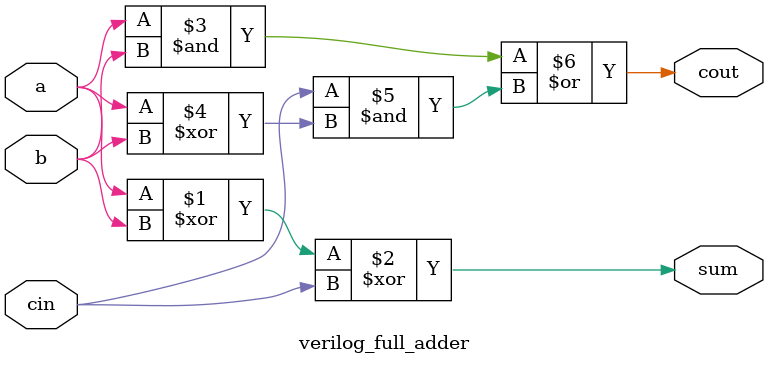
<source format=v>

module verilog_adder_tree (
    input             clk,
    input             rst_n,
    input      [7:0]  bank0, bank1, bank2, bank3,
                      bank4, bank5, bank6, bank7,
                      bank8, bank9, bank10, bank11,
                      bank12, bank13, bank14, bank15,
    output reg [11:0] sum
);
    // input reg
    reg [7:0] din0, din1, din2, din3;
    reg [7:0] din4, din5, din6, din7;
    reg [7:0] din8, din9, din10, din11;
    reg [7:0] din12, din13, din14, din15;

    always @(posedge clk or negedge rst_n) begin
        if (!rst_n) begin
            din0  <= 8'd0;  din1  <= 8'd0;  din2  <= 8'd0;  din3  <= 8'd0;
            din4  <= 8'd0;  din5  <= 8'd0;  din6  <= 8'd0;  din7  <= 8'd0;
            din8  <= 8'd0;  din9  <= 8'd0;  din10 <= 8'd0;  din11 <= 8'd0;
            din12 <= 8'd0;  din13 <= 8'd0;  din14 <= 8'd0;  din15 <= 8'd0;
        end else begin
            din0  <= bank0;   din1  <= bank1;   din2  <= bank2;   din3  <= bank3;
            din4  <= bank4;   din5  <= bank5;   din6  <= bank6;   din7  <= bank7;
            din8  <= bank8;   din9  <= bank9;   din10 <= bank10; din11 <= bank11;
            din12 <= bank12;  din13 <= bank13;  din14 <= bank14; din15 <= bank15;
        end
    end
    // --- Level 1: 8 × (8+8 → 9-bit) ---
    wire [8:0] s1_0, s1_1, s1_2, s1_3, s1_4, s1_5, s1_6, s1_7;

    verilog_adder_8bit l1_0 (.a(din0),  .b(din1),  .sum(s1_0));
    verilog_adder_8bit l1_1 (.a(din2),  .b(din3),  .sum(s1_1));
    verilog_adder_8bit l1_2 (.a(din4),  .b(din5),  .sum(s1_2));
    verilog_adder_8bit l1_3 (.a(din6),  .b(din7),  .sum(s1_3));
    verilog_adder_8bit l1_4 (.a(din8),  .b(din9),  .sum(s1_4));
    verilog_adder_8bit l1_5 (.a(din10), .b(din11), .sum(s1_5));
    verilog_adder_8bit l1_6 (.a(din12), .b(din13), .sum(s1_6));
    verilog_adder_8bit l1_7 (.a(din14), .b(din15), .sum(s1_7));

    // --- Level 2: 4 × (9+9 → 10-bit) ---
    wire [9:0] s2_0, s2_1, s2_2, s2_3;

    verilog_adder_9bit l2_0 (.a(s1_0), .b(s1_1), .sum(s2_0));
    verilog_adder_9bit l2_1 (.a(s1_2), .b(s1_3), .sum(s2_1));
    verilog_adder_9bit l2_2 (.a(s1_4), .b(s1_5), .sum(s2_2));
    verilog_adder_9bit l2_3 (.a(s1_6), .b(s1_7), .sum(s2_3));

    // --- Level 3: 2 × (10+10 → 11-bit) ---
    wire [10:0] s3_0, s3_1;

    verilog_adder_10bit l3_0 (.a(s2_0), .b(s2_1), .sum(s3_0));
    verilog_adder_10bit l3_1 (.a(s2_2), .b(s2_3), .sum(s3_1));

    // --- Level 4: 1 × (11+11 → 12-bit) ---
    wire [11:0] s4;
    verilog_adder_11bit l4_0 (.a(s3_0), .b(s3_1), .sum(s4));

    always @(posedge clk or negedge rst_n) begin
        if (!rst_n) begin
            sum <= 12'd0;
        end else begin
            sum <= s4;
        end
    end

endmodule

module verilog_adder_8bit (
    input  [7:0] a,
    input  [7:0] b,
    output [8:0] sum
);
    wire c1, c2, c3, c4, c5, c6, c7;

    verilog_full_adder fa0 (.a(a[0]), .b(b[0]), .cin(1'b0),   .sum(sum[0]), .cout(c1));
    verilog_full_adder fa1 (.a(a[1]), .b(b[1]), .cin(c1),     .sum(sum[1]), .cout(c2));
    verilog_full_adder fa2 (.a(a[2]), .b(b[2]), .cin(c2),     .sum(sum[2]), .cout(c3));
    verilog_full_adder fa3 (.a(a[3]), .b(b[3]), .cin(c3),     .sum(sum[3]), .cout(c4));
    verilog_full_adder fa4 (.a(a[4]), .b(b[4]), .cin(c4),     .sum(sum[4]), .cout(c5));
    verilog_full_adder fa5 (.a(a[5]), .b(b[5]), .cin(c5),     .sum(sum[5]), .cout(c6));
    verilog_full_adder fa6 (.a(a[6]), .b(b[6]), .cin(c6),     .sum(sum[6]), .cout(c7));
    verilog_full_adder fa7 (.a(a[7]), .b(b[7]), .cin(c7),     .sum(sum[7]), .cout(sum[8]));
endmodule

module verilog_adder_9bit (
    input  [8:0] a,
    input  [8:0] b,
    output [9:0] sum
);
    wire c1, c2, c3, c4, c5, c6, c7, c8;

    verilog_full_adder fa0 (.a(a[0]), .b(b[0]), .cin(1'b0),   .sum(sum[0]), .cout(c1));
    verilog_full_adder fa1 (.a(a[1]), .b(b[1]), .cin(c1),     .sum(sum[1]), .cout(c2));
    verilog_full_adder fa2 (.a(a[2]), .b(b[2]), .cin(c2),     .sum(sum[2]), .cout(c3));
    verilog_full_adder fa3 (.a(a[3]), .b(b[3]), .cin(c3),     .sum(sum[3]), .cout(c4));
    verilog_full_adder fa4 (.a(a[4]), .b(b[4]), .cin(c4),     .sum(sum[4]), .cout(c5));
    verilog_full_adder fa5 (.a(a[5]), .b(b[5]), .cin(c5),     .sum(sum[5]), .cout(c6));
    verilog_full_adder fa6 (.a(a[6]), .b(b[6]), .cin(c6),     .sum(sum[6]), .cout(c7));
    verilog_full_adder fa7 (.a(a[7]), .b(b[7]), .cin(c7),     .sum(sum[7]), .cout(c8));
    verilog_full_adder fa8 (.a(a[8]), .b(b[8]), .cin(c8),     .sum(sum[8]), .cout(sum[9]));
endmodule

module verilog_adder_10bit (
    input  [9:0] a,
    input  [9:0] b,
    output [10:0] sum
);
    wire c1, c2, c3, c4, c5, c6, c7, c8, c9;

    verilog_full_adder fa0 (.a(a[0]), .b(b[0]), .cin(1'b0),   .sum(sum[0]), .cout(c1));
    verilog_full_adder fa1 (.a(a[1]), .b(b[1]), .cin(c1),     .sum(sum[1]), .cout(c2));
    verilog_full_adder fa2 (.a(a[2]), .b(b[2]), .cin(c2),     .sum(sum[2]), .cout(c3));
    verilog_full_adder fa3 (.a(a[3]), .b(b[3]), .cin(c3),     .sum(sum[3]), .cout(c4));
    verilog_full_adder fa4 (.a(a[4]), .b(b[4]), .cin(c4),     .sum(sum[4]), .cout(c5));
    verilog_full_adder fa5 (.a(a[5]), .b(b[5]), .cin(c5),     .sum(sum[5]), .cout(c6));
    verilog_full_adder fa6 (.a(a[6]), .b(b[6]), .cin(c6),     .sum(sum[6]), .cout(c7));
    verilog_full_adder fa7 (.a(a[7]), .b(b[7]), .cin(c7),     .sum(sum[7]), .cout(c8));
    verilog_full_adder fa8 (.a(a[8]), .b(b[8]), .cin(c8),     .sum(sum[8]), .cout(c9));
    verilog_full_adder fa9 (.a(a[9]), .b(b[9]), .cin(c9),     .sum(sum[9]), .cout(sum[10]));
endmodule

module verilog_adder_11bit (
    input  [10:0] a,
    input  [10:0] b,
    output [11:0] sum
);
    wire c1, c2, c3, c4, c5, c6, c7, c8, c9, c10;

    verilog_full_adder fa0  (.a(a[0]),  .b(b[0]),  .cin(1'b0),   .sum(sum[0]),  .cout(c1));
    verilog_full_adder fa1  (.a(a[1]),  .b(b[1]),  .cin(c1),     .sum(sum[1]),  .cout(c2));
    verilog_full_adder fa2  (.a(a[2]),  .b(b[2]),  .cin(c2),     .sum(sum[2]),  .cout(c3));
    verilog_full_adder fa3  (.a(a[3]),  .b(b[3]),  .cin(c3),     .sum(sum[3]),  .cout(c4));
    verilog_full_adder fa4  (.a(a[4]),  .b(b[4]),  .cin(c4),     .sum(sum[4]),  .cout(c5));
    verilog_full_adder fa5  (.a(a[5]),  .b(b[5]),  .cin(c5),     .sum(sum[5]),  .cout(c6));
    verilog_full_adder fa6  (.a(a[6]),  .b(b[6]),  .cin(c6),     .sum(sum[6]),  .cout(c7));
    verilog_full_adder fa7  (.a(a[7]),  .b(b[7]),  .cin(c7),     .sum(sum[7]),  .cout(c8));
    verilog_full_adder fa8  (.a(a[8]),  .b(b[8]),  .cin(c8),     .sum(sum[8]),  .cout(c9));
    verilog_full_adder fa9  (.a(a[9]),  .b(b[9]),  .cin(c9),     .sum(sum[9]),  .cout(c10));
    verilog_full_adder fa10 (.a(a[10]), .b(b[10]), .cin(c10),    .sum(sum[10]), .cout(sum[11]));
endmodule

module verilog_full_adder (
    input  a,
    input  b,
    input  cin,
    output sum,
    output cout
);
    assign sum  = a ^ b ^ cin;
    assign cout = (a & b) | (cin & (a ^ b));
endmodule
</source>
